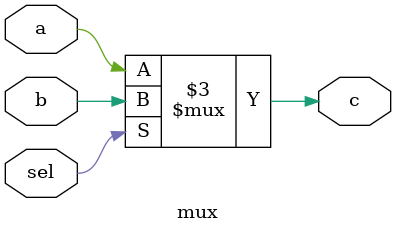
<source format=v>
module mux (output reg c,input a,b,sel);
  always@(sel,a,b)
  begin
  if(sel)
  c = b;
else
c=a;
end
endmodule  

</source>
